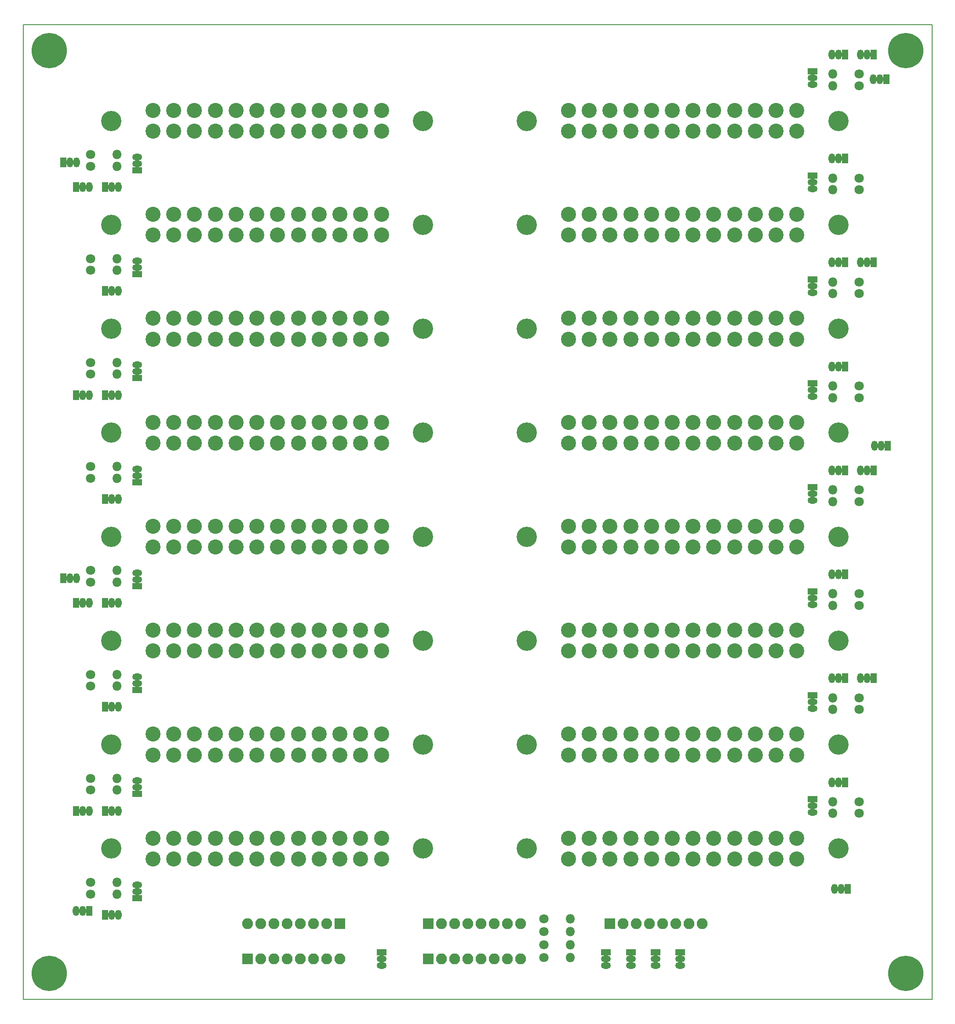
<source format=gbr>
G04 #@! TF.FileFunction,Soldermask,Bot*
%FSLAX46Y46*%
G04 Gerber Fmt 4.6, Leading zero omitted, Abs format (unit mm)*
G04 Created by KiCad (PCBNEW 4.0.7-e2-6376~61~ubuntu18.04.1) date Sun Jul 26 21:24:59 2020*
%MOMM*%
%LPD*%
G01*
G04 APERTURE LIST*
%ADD10C,0.150000*%
%ADD11R,2.100000X2.100000*%
%ADD12O,2.100000X2.100000*%
%ADD13C,2.900000*%
%ADD14C,3.900000*%
%ADD15O,1.900000X1.300000*%
%ADD16R,1.900000X1.300000*%
%ADD17O,1.300000X1.900000*%
%ADD18R,1.300000X1.900000*%
%ADD19C,1.800000*%
%ADD20O,1.800000X1.800000*%
%ADD21C,6.800000*%
G04 APERTURE END LIST*
D10*
X70000000Y-247500000D02*
X70000000Y-60000000D01*
X245000000Y-247500000D02*
X70000000Y-247500000D01*
X245000000Y-60000000D02*
X245000000Y-247500000D01*
X244750000Y-60000000D02*
X245000000Y-60000000D01*
X70000000Y-60000000D02*
X244750000Y-60000000D01*
D11*
X131000000Y-233000000D03*
D12*
X128460000Y-233000000D03*
X125920000Y-233000000D03*
X123380000Y-233000000D03*
X120840000Y-233000000D03*
X118300000Y-233000000D03*
X115760000Y-233000000D03*
X113220000Y-233000000D03*
D11*
X183000000Y-233000000D03*
D12*
X185540000Y-233000000D03*
X188080000Y-233000000D03*
X190620000Y-233000000D03*
X193160000Y-233000000D03*
X195700000Y-233000000D03*
X198240000Y-233000000D03*
X200780000Y-233000000D03*
D11*
X113250000Y-239750000D03*
D12*
X115790000Y-239750000D03*
X118330000Y-239750000D03*
X120870000Y-239750000D03*
X123410000Y-239750000D03*
X125950000Y-239750000D03*
X128490000Y-239750000D03*
X131030000Y-239750000D03*
D11*
X148000000Y-233000000D03*
D12*
X150540000Y-233000000D03*
X153080000Y-233000000D03*
X155620000Y-233000000D03*
X158160000Y-233000000D03*
X160700000Y-233000000D03*
X163240000Y-233000000D03*
X165780000Y-233000000D03*
D13*
X175000000Y-220500000D03*
X179000000Y-220500000D03*
X183000000Y-220500000D03*
X187000000Y-220500000D03*
X191000000Y-220500000D03*
X195000000Y-220500000D03*
X199000000Y-220500000D03*
X203000000Y-220500000D03*
X207000000Y-220500000D03*
X211000000Y-220500000D03*
X215000000Y-220500000D03*
X219000000Y-220500000D03*
X175000000Y-216500000D03*
X179000000Y-216500000D03*
X183000000Y-216500000D03*
X187000000Y-216500000D03*
X191000000Y-216500000D03*
X195000000Y-216500000D03*
X199000000Y-216500000D03*
X203000000Y-216500000D03*
X207000000Y-216500000D03*
X211000000Y-216500000D03*
X215000000Y-216500000D03*
X219000000Y-216500000D03*
D14*
X227000000Y-218500000D03*
X167000000Y-218500000D03*
D13*
X175000000Y-200500000D03*
X179000000Y-200500000D03*
X183000000Y-200500000D03*
X187000000Y-200500000D03*
X191000000Y-200500000D03*
X195000000Y-200500000D03*
X199000000Y-200500000D03*
X203000000Y-200500000D03*
X207000000Y-200500000D03*
X211000000Y-200500000D03*
X215000000Y-200500000D03*
X219000000Y-200500000D03*
X175000000Y-196500000D03*
X179000000Y-196500000D03*
X183000000Y-196500000D03*
X187000000Y-196500000D03*
X191000000Y-196500000D03*
X195000000Y-196500000D03*
X199000000Y-196500000D03*
X203000000Y-196500000D03*
X207000000Y-196500000D03*
X211000000Y-196500000D03*
X215000000Y-196500000D03*
X219000000Y-196500000D03*
D14*
X227000000Y-198500000D03*
X167000000Y-198500000D03*
D13*
X175000000Y-180500000D03*
X179000000Y-180500000D03*
X183000000Y-180500000D03*
X187000000Y-180500000D03*
X191000000Y-180500000D03*
X195000000Y-180500000D03*
X199000000Y-180500000D03*
X203000000Y-180500000D03*
X207000000Y-180500000D03*
X211000000Y-180500000D03*
X215000000Y-180500000D03*
X219000000Y-180500000D03*
X175000000Y-176500000D03*
X179000000Y-176500000D03*
X183000000Y-176500000D03*
X187000000Y-176500000D03*
X191000000Y-176500000D03*
X195000000Y-176500000D03*
X199000000Y-176500000D03*
X203000000Y-176500000D03*
X207000000Y-176500000D03*
X211000000Y-176500000D03*
X215000000Y-176500000D03*
X219000000Y-176500000D03*
D14*
X227000000Y-178500000D03*
X167000000Y-178500000D03*
D13*
X175000000Y-160500000D03*
X179000000Y-160500000D03*
X183000000Y-160500000D03*
X187000000Y-160500000D03*
X191000000Y-160500000D03*
X195000000Y-160500000D03*
X199000000Y-160500000D03*
X203000000Y-160500000D03*
X207000000Y-160500000D03*
X211000000Y-160500000D03*
X215000000Y-160500000D03*
X219000000Y-160500000D03*
X175000000Y-156500000D03*
X179000000Y-156500000D03*
X183000000Y-156500000D03*
X187000000Y-156500000D03*
X191000000Y-156500000D03*
X195000000Y-156500000D03*
X199000000Y-156500000D03*
X203000000Y-156500000D03*
X207000000Y-156500000D03*
X211000000Y-156500000D03*
X215000000Y-156500000D03*
X219000000Y-156500000D03*
D14*
X227000000Y-158500000D03*
X167000000Y-158500000D03*
D13*
X175000000Y-140500000D03*
X179000000Y-140500000D03*
X183000000Y-140500000D03*
X187000000Y-140500000D03*
X191000000Y-140500000D03*
X195000000Y-140500000D03*
X199000000Y-140500000D03*
X203000000Y-140500000D03*
X207000000Y-140500000D03*
X211000000Y-140500000D03*
X215000000Y-140500000D03*
X219000000Y-140500000D03*
X175000000Y-136500000D03*
X179000000Y-136500000D03*
X183000000Y-136500000D03*
X187000000Y-136500000D03*
X191000000Y-136500000D03*
X195000000Y-136500000D03*
X199000000Y-136500000D03*
X203000000Y-136500000D03*
X207000000Y-136500000D03*
X211000000Y-136500000D03*
X215000000Y-136500000D03*
X219000000Y-136500000D03*
D14*
X227000000Y-138500000D03*
X167000000Y-138500000D03*
D13*
X175000000Y-120500000D03*
X179000000Y-120500000D03*
X183000000Y-120500000D03*
X187000000Y-120500000D03*
X191000000Y-120500000D03*
X195000000Y-120500000D03*
X199000000Y-120500000D03*
X203000000Y-120500000D03*
X207000000Y-120500000D03*
X211000000Y-120500000D03*
X215000000Y-120500000D03*
X219000000Y-120500000D03*
X175000000Y-116500000D03*
X179000000Y-116500000D03*
X183000000Y-116500000D03*
X187000000Y-116500000D03*
X191000000Y-116500000D03*
X195000000Y-116500000D03*
X199000000Y-116500000D03*
X203000000Y-116500000D03*
X207000000Y-116500000D03*
X211000000Y-116500000D03*
X215000000Y-116500000D03*
X219000000Y-116500000D03*
D14*
X227000000Y-118500000D03*
X167000000Y-118500000D03*
D13*
X175000000Y-100500000D03*
X179000000Y-100500000D03*
X183000000Y-100500000D03*
X187000000Y-100500000D03*
X191000000Y-100500000D03*
X195000000Y-100500000D03*
X199000000Y-100500000D03*
X203000000Y-100500000D03*
X207000000Y-100500000D03*
X211000000Y-100500000D03*
X215000000Y-100500000D03*
X219000000Y-100500000D03*
X175000000Y-96500000D03*
X179000000Y-96500000D03*
X183000000Y-96500000D03*
X187000000Y-96500000D03*
X191000000Y-96500000D03*
X195000000Y-96500000D03*
X199000000Y-96500000D03*
X203000000Y-96500000D03*
X207000000Y-96500000D03*
X211000000Y-96500000D03*
X215000000Y-96500000D03*
X219000000Y-96500000D03*
D14*
X227000000Y-98500000D03*
X167000000Y-98500000D03*
D13*
X175000000Y-80500000D03*
X179000000Y-80500000D03*
X183000000Y-80500000D03*
X187000000Y-80500000D03*
X191000000Y-80500000D03*
X195000000Y-80500000D03*
X199000000Y-80500000D03*
X203000000Y-80500000D03*
X207000000Y-80500000D03*
X211000000Y-80500000D03*
X215000000Y-80500000D03*
X219000000Y-80500000D03*
X175000000Y-76500000D03*
X179000000Y-76500000D03*
X183000000Y-76500000D03*
X187000000Y-76500000D03*
X191000000Y-76500000D03*
X195000000Y-76500000D03*
X199000000Y-76500000D03*
X203000000Y-76500000D03*
X207000000Y-76500000D03*
X211000000Y-76500000D03*
X215000000Y-76500000D03*
X219000000Y-76500000D03*
D14*
X227000000Y-78500000D03*
X167000000Y-78500000D03*
D13*
X139000000Y-76500000D03*
X135000000Y-76500000D03*
X131000000Y-76500000D03*
X127000000Y-76500000D03*
X123000000Y-76500000D03*
X119000000Y-76500000D03*
X115000000Y-76500000D03*
X111000000Y-76500000D03*
X107000000Y-76500000D03*
X103000000Y-76500000D03*
X99000000Y-76500000D03*
X95000000Y-76500000D03*
X139000000Y-80500000D03*
X135000000Y-80500000D03*
X131000000Y-80500000D03*
X127000000Y-80500000D03*
X123000000Y-80500000D03*
X119000000Y-80500000D03*
X115000000Y-80500000D03*
X111000000Y-80500000D03*
X107000000Y-80500000D03*
X103000000Y-80500000D03*
X99000000Y-80500000D03*
X95000000Y-80500000D03*
D14*
X87000000Y-78500000D03*
X147000000Y-78500000D03*
D13*
X139000000Y-96500000D03*
X135000000Y-96500000D03*
X131000000Y-96500000D03*
X127000000Y-96500000D03*
X123000000Y-96500000D03*
X119000000Y-96500000D03*
X115000000Y-96500000D03*
X111000000Y-96500000D03*
X107000000Y-96500000D03*
X103000000Y-96500000D03*
X99000000Y-96500000D03*
X95000000Y-96500000D03*
X139000000Y-100500000D03*
X135000000Y-100500000D03*
X131000000Y-100500000D03*
X127000000Y-100500000D03*
X123000000Y-100500000D03*
X119000000Y-100500000D03*
X115000000Y-100500000D03*
X111000000Y-100500000D03*
X107000000Y-100500000D03*
X103000000Y-100500000D03*
X99000000Y-100500000D03*
X95000000Y-100500000D03*
D14*
X87000000Y-98500000D03*
X147000000Y-98500000D03*
D13*
X139000000Y-116500000D03*
X135000000Y-116500000D03*
X131000000Y-116500000D03*
X127000000Y-116500000D03*
X123000000Y-116500000D03*
X119000000Y-116500000D03*
X115000000Y-116500000D03*
X111000000Y-116500000D03*
X107000000Y-116500000D03*
X103000000Y-116500000D03*
X99000000Y-116500000D03*
X95000000Y-116500000D03*
X139000000Y-120500000D03*
X135000000Y-120500000D03*
X131000000Y-120500000D03*
X127000000Y-120500000D03*
X123000000Y-120500000D03*
X119000000Y-120500000D03*
X115000000Y-120500000D03*
X111000000Y-120500000D03*
X107000000Y-120500000D03*
X103000000Y-120500000D03*
X99000000Y-120500000D03*
X95000000Y-120500000D03*
D14*
X87000000Y-118500000D03*
X147000000Y-118500000D03*
D13*
X139000000Y-136500000D03*
X135000000Y-136500000D03*
X131000000Y-136500000D03*
X127000000Y-136500000D03*
X123000000Y-136500000D03*
X119000000Y-136500000D03*
X115000000Y-136500000D03*
X111000000Y-136500000D03*
X107000000Y-136500000D03*
X103000000Y-136500000D03*
X99000000Y-136500000D03*
X95000000Y-136500000D03*
X139000000Y-140500000D03*
X135000000Y-140500000D03*
X131000000Y-140500000D03*
X127000000Y-140500000D03*
X123000000Y-140500000D03*
X119000000Y-140500000D03*
X115000000Y-140500000D03*
X111000000Y-140500000D03*
X107000000Y-140500000D03*
X103000000Y-140500000D03*
X99000000Y-140500000D03*
X95000000Y-140500000D03*
D14*
X87000000Y-138500000D03*
X147000000Y-138500000D03*
D13*
X139000000Y-156500000D03*
X135000000Y-156500000D03*
X131000000Y-156500000D03*
X127000000Y-156500000D03*
X123000000Y-156500000D03*
X119000000Y-156500000D03*
X115000000Y-156500000D03*
X111000000Y-156500000D03*
X107000000Y-156500000D03*
X103000000Y-156500000D03*
X99000000Y-156500000D03*
X95000000Y-156500000D03*
X139000000Y-160500000D03*
X135000000Y-160500000D03*
X131000000Y-160500000D03*
X127000000Y-160500000D03*
X123000000Y-160500000D03*
X119000000Y-160500000D03*
X115000000Y-160500000D03*
X111000000Y-160500000D03*
X107000000Y-160500000D03*
X103000000Y-160500000D03*
X99000000Y-160500000D03*
X95000000Y-160500000D03*
D14*
X87000000Y-158500000D03*
X147000000Y-158500000D03*
D13*
X139000000Y-176500000D03*
X135000000Y-176500000D03*
X131000000Y-176500000D03*
X127000000Y-176500000D03*
X123000000Y-176500000D03*
X119000000Y-176500000D03*
X115000000Y-176500000D03*
X111000000Y-176500000D03*
X107000000Y-176500000D03*
X103000000Y-176500000D03*
X99000000Y-176500000D03*
X95000000Y-176500000D03*
X139000000Y-180500000D03*
X135000000Y-180500000D03*
X131000000Y-180500000D03*
X127000000Y-180500000D03*
X123000000Y-180500000D03*
X119000000Y-180500000D03*
X115000000Y-180500000D03*
X111000000Y-180500000D03*
X107000000Y-180500000D03*
X103000000Y-180500000D03*
X99000000Y-180500000D03*
X95000000Y-180500000D03*
D14*
X87000000Y-178500000D03*
X147000000Y-178500000D03*
D13*
X139000000Y-196500000D03*
X135000000Y-196500000D03*
X131000000Y-196500000D03*
X127000000Y-196500000D03*
X123000000Y-196500000D03*
X119000000Y-196500000D03*
X115000000Y-196500000D03*
X111000000Y-196500000D03*
X107000000Y-196500000D03*
X103000000Y-196500000D03*
X99000000Y-196500000D03*
X95000000Y-196500000D03*
X139000000Y-200500000D03*
X135000000Y-200500000D03*
X131000000Y-200500000D03*
X127000000Y-200500000D03*
X123000000Y-200500000D03*
X119000000Y-200500000D03*
X115000000Y-200500000D03*
X111000000Y-200500000D03*
X107000000Y-200500000D03*
X103000000Y-200500000D03*
X99000000Y-200500000D03*
X95000000Y-200500000D03*
D14*
X87000000Y-198500000D03*
X147000000Y-198500000D03*
D13*
X139000000Y-216500000D03*
X135000000Y-216500000D03*
X131000000Y-216500000D03*
X127000000Y-216500000D03*
X123000000Y-216500000D03*
X119000000Y-216500000D03*
X115000000Y-216500000D03*
X111000000Y-216500000D03*
X107000000Y-216500000D03*
X103000000Y-216500000D03*
X99000000Y-216500000D03*
X95000000Y-216500000D03*
X139000000Y-220500000D03*
X135000000Y-220500000D03*
X131000000Y-220500000D03*
X127000000Y-220500000D03*
X123000000Y-220500000D03*
X119000000Y-220500000D03*
X115000000Y-220500000D03*
X111000000Y-220500000D03*
X107000000Y-220500000D03*
X103000000Y-220500000D03*
X99000000Y-220500000D03*
X95000000Y-220500000D03*
D14*
X87000000Y-218500000D03*
X147000000Y-218500000D03*
D15*
X182250000Y-239770000D03*
X182250000Y-241040000D03*
D16*
X182250000Y-238500000D03*
D15*
X187000000Y-239770000D03*
X187000000Y-241040000D03*
D16*
X187000000Y-238500000D03*
D15*
X191750000Y-239770000D03*
X191750000Y-241040000D03*
D16*
X191750000Y-238500000D03*
D15*
X196500000Y-239770000D03*
X196500000Y-241040000D03*
D16*
X196500000Y-238500000D03*
D17*
X235230000Y-141000000D03*
X233960000Y-141000000D03*
D18*
X236500000Y-141000000D03*
D17*
X227480000Y-226250000D03*
X226210000Y-226250000D03*
D18*
X228750000Y-226250000D03*
D15*
X139000000Y-239770000D03*
X139000000Y-241040000D03*
D16*
X139000000Y-238500000D03*
D17*
X234980000Y-70500000D03*
X233710000Y-70500000D03*
D18*
X236250000Y-70500000D03*
D17*
X79020000Y-86500000D03*
X80290000Y-86500000D03*
D18*
X77750000Y-86500000D03*
D17*
X81480000Y-230500000D03*
X80210000Y-230500000D03*
D18*
X82750000Y-230500000D03*
D17*
X79020000Y-166500000D03*
X80290000Y-166500000D03*
D18*
X77750000Y-166500000D03*
D17*
X227020000Y-205750000D03*
X225750000Y-205750000D03*
D18*
X228290000Y-205750000D03*
D15*
X222000000Y-210270000D03*
X222000000Y-211540000D03*
D16*
X222000000Y-209000000D03*
D17*
X232520000Y-185750000D03*
X231250000Y-185750000D03*
D18*
X233790000Y-185750000D03*
D17*
X226980000Y-185750000D03*
X225710000Y-185750000D03*
D18*
X228250000Y-185750000D03*
D15*
X222000000Y-190270000D03*
X222000000Y-191540000D03*
D16*
X222000000Y-189000000D03*
D17*
X227020000Y-165750000D03*
X225750000Y-165750000D03*
D18*
X228290000Y-165750000D03*
D17*
X226980000Y-125750000D03*
X225710000Y-125750000D03*
D18*
X228250000Y-125750000D03*
D15*
X222000000Y-130270000D03*
X222000000Y-131540000D03*
D16*
X222000000Y-129000000D03*
D17*
X232480000Y-105750000D03*
X231210000Y-105750000D03*
D18*
X233750000Y-105750000D03*
D17*
X226980000Y-105750000D03*
X225710000Y-105750000D03*
D18*
X228250000Y-105750000D03*
D15*
X222000000Y-110270000D03*
X222000000Y-111540000D03*
D16*
X222000000Y-109000000D03*
D17*
X226980000Y-85750000D03*
X225710000Y-85750000D03*
D18*
X228250000Y-85750000D03*
D17*
X87020000Y-91250000D03*
X88290000Y-91250000D03*
D18*
X85750000Y-91250000D03*
D15*
X92000000Y-86730000D03*
X92000000Y-85460000D03*
D16*
X92000000Y-88000000D03*
D17*
X81480000Y-91250000D03*
X82750000Y-91250000D03*
D18*
X80210000Y-91250000D03*
D17*
X87020000Y-111250000D03*
X88290000Y-111250000D03*
D18*
X85750000Y-111250000D03*
D15*
X92000000Y-106730000D03*
X92000000Y-105460000D03*
D16*
X92000000Y-108000000D03*
D17*
X87020000Y-131250000D03*
X88290000Y-131250000D03*
D18*
X85750000Y-131250000D03*
D17*
X87020000Y-171250000D03*
X88290000Y-171250000D03*
D18*
X85750000Y-171250000D03*
D15*
X92000000Y-166770000D03*
X92000000Y-165500000D03*
D16*
X92000000Y-168040000D03*
D17*
X81480000Y-171250000D03*
X82750000Y-171250000D03*
D18*
X80210000Y-171250000D03*
D17*
X87020000Y-191250000D03*
X88290000Y-191250000D03*
D18*
X85750000Y-191250000D03*
D15*
X92000000Y-186730000D03*
X92000000Y-185460000D03*
D16*
X92000000Y-188000000D03*
D17*
X87020000Y-211250000D03*
X88290000Y-211250000D03*
D18*
X85750000Y-211250000D03*
D19*
X170250000Y-232000000D03*
D20*
X175330000Y-232000000D03*
D19*
X170250000Y-234500000D03*
D20*
X175330000Y-234500000D03*
D19*
X170250000Y-237000000D03*
D20*
X175330000Y-237000000D03*
D19*
X170250000Y-239500000D03*
D20*
X175330000Y-239500000D03*
D19*
X231000000Y-209500000D03*
D20*
X225920000Y-209500000D03*
D19*
X231000000Y-211750000D03*
D20*
X225920000Y-211750000D03*
D19*
X231000000Y-189500000D03*
D20*
X225920000Y-189500000D03*
D19*
X231000000Y-191750000D03*
D20*
X225920000Y-191750000D03*
D19*
X231000000Y-129500000D03*
D20*
X225920000Y-129500000D03*
D19*
X231000000Y-131750000D03*
D20*
X225920000Y-131750000D03*
D19*
X231000000Y-109500000D03*
D20*
X225920000Y-109500000D03*
D19*
X231000000Y-111750000D03*
D20*
X225920000Y-111750000D03*
D19*
X83000000Y-87250000D03*
D20*
X88080000Y-87250000D03*
D19*
X83000000Y-85000000D03*
D20*
X88080000Y-85000000D03*
D19*
X83000000Y-107250000D03*
D20*
X88080000Y-107250000D03*
D19*
X83000000Y-105000000D03*
D20*
X88080000Y-105000000D03*
D19*
X83000000Y-167250000D03*
D20*
X88080000Y-167250000D03*
D19*
X83000000Y-165000000D03*
D20*
X88080000Y-165000000D03*
D19*
X83000000Y-187250000D03*
D20*
X88080000Y-187250000D03*
D19*
X83000000Y-185000000D03*
D20*
X88080000Y-185000000D03*
D15*
X222000000Y-170270000D03*
X222000000Y-171540000D03*
D16*
X222000000Y-169000000D03*
D17*
X232480000Y-145750000D03*
X231210000Y-145750000D03*
D18*
X233750000Y-145750000D03*
D17*
X226980000Y-145750000D03*
X225710000Y-145750000D03*
D18*
X228250000Y-145750000D03*
D15*
X222000000Y-150270000D03*
X222000000Y-151540000D03*
D16*
X222000000Y-149000000D03*
D15*
X222000000Y-90270000D03*
X222000000Y-91540000D03*
D16*
X222000000Y-89000000D03*
D17*
X232480000Y-65750000D03*
X231210000Y-65750000D03*
D18*
X233750000Y-65750000D03*
D17*
X226980000Y-65750000D03*
X225710000Y-65750000D03*
D18*
X228250000Y-65750000D03*
D15*
X222000000Y-70270000D03*
X222000000Y-71540000D03*
D16*
X222000000Y-69000000D03*
D15*
X92000000Y-126730000D03*
X92000000Y-125460000D03*
D16*
X92000000Y-128000000D03*
D17*
X81480000Y-131250000D03*
X82750000Y-131250000D03*
D18*
X80210000Y-131250000D03*
D17*
X87020000Y-151250000D03*
X88290000Y-151250000D03*
D18*
X85750000Y-151250000D03*
D15*
X92000000Y-146770000D03*
X92000000Y-145500000D03*
D16*
X92000000Y-148040000D03*
D15*
X92000000Y-206730000D03*
X92000000Y-205460000D03*
D16*
X92000000Y-208000000D03*
D17*
X81480000Y-211250000D03*
X82750000Y-211250000D03*
D18*
X80210000Y-211250000D03*
D17*
X87020000Y-231250000D03*
X88290000Y-231250000D03*
D18*
X85750000Y-231250000D03*
D15*
X92000000Y-226770000D03*
X92000000Y-225500000D03*
D16*
X92000000Y-228040000D03*
D19*
X231000000Y-169500000D03*
D20*
X225920000Y-169500000D03*
D19*
X231000000Y-171750000D03*
D20*
X225920000Y-171750000D03*
D19*
X231000000Y-149500000D03*
D20*
X225920000Y-149500000D03*
D19*
X231000000Y-151750000D03*
D20*
X225920000Y-151750000D03*
D19*
X231000000Y-89500000D03*
D20*
X225920000Y-89500000D03*
D19*
X231000000Y-91750000D03*
D20*
X225920000Y-91750000D03*
D19*
X231000000Y-69500000D03*
D20*
X225920000Y-69500000D03*
D19*
X231000000Y-71750000D03*
D20*
X225920000Y-71750000D03*
D19*
X83000000Y-127250000D03*
D20*
X88080000Y-127250000D03*
D19*
X83000000Y-125000000D03*
D20*
X88080000Y-125000000D03*
D19*
X83000000Y-147250000D03*
D20*
X88080000Y-147250000D03*
D19*
X83000000Y-145000000D03*
D20*
X88080000Y-145000000D03*
D19*
X83000000Y-207250000D03*
D20*
X88080000Y-207250000D03*
D19*
X83000000Y-205000000D03*
D20*
X88080000Y-205000000D03*
D19*
X83000000Y-227250000D03*
D20*
X88080000Y-227250000D03*
D19*
X83000000Y-225000000D03*
D20*
X88080000Y-225000000D03*
D11*
X148010000Y-239750000D03*
D12*
X150550000Y-239750000D03*
X153090000Y-239750000D03*
X155630000Y-239750000D03*
X158170000Y-239750000D03*
X160710000Y-239750000D03*
X163250000Y-239750000D03*
X165790000Y-239750000D03*
D21*
X75000000Y-65000000D03*
X240000000Y-65000000D03*
X75000000Y-242500000D03*
X240000000Y-242500000D03*
M02*

</source>
